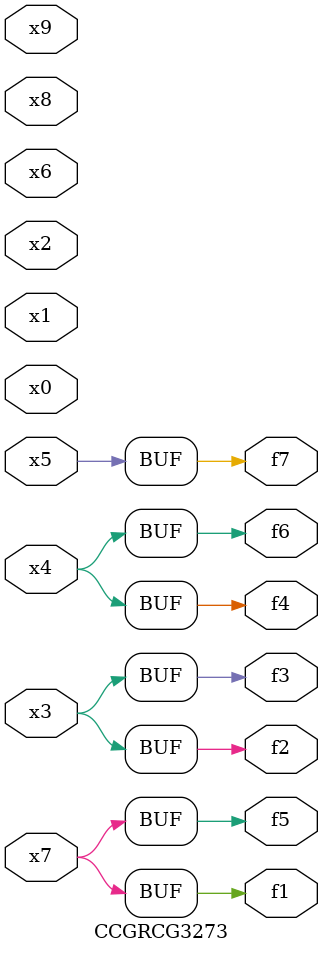
<source format=v>
module CCGRCG3273(
	input x0, x1, x2, x3, x4, x5, x6, x7, x8, x9,
	output f1, f2, f3, f4, f5, f6, f7
);
	assign f1 = x7;
	assign f2 = x3;
	assign f3 = x3;
	assign f4 = x4;
	assign f5 = x7;
	assign f6 = x4;
	assign f7 = x5;
endmodule

</source>
